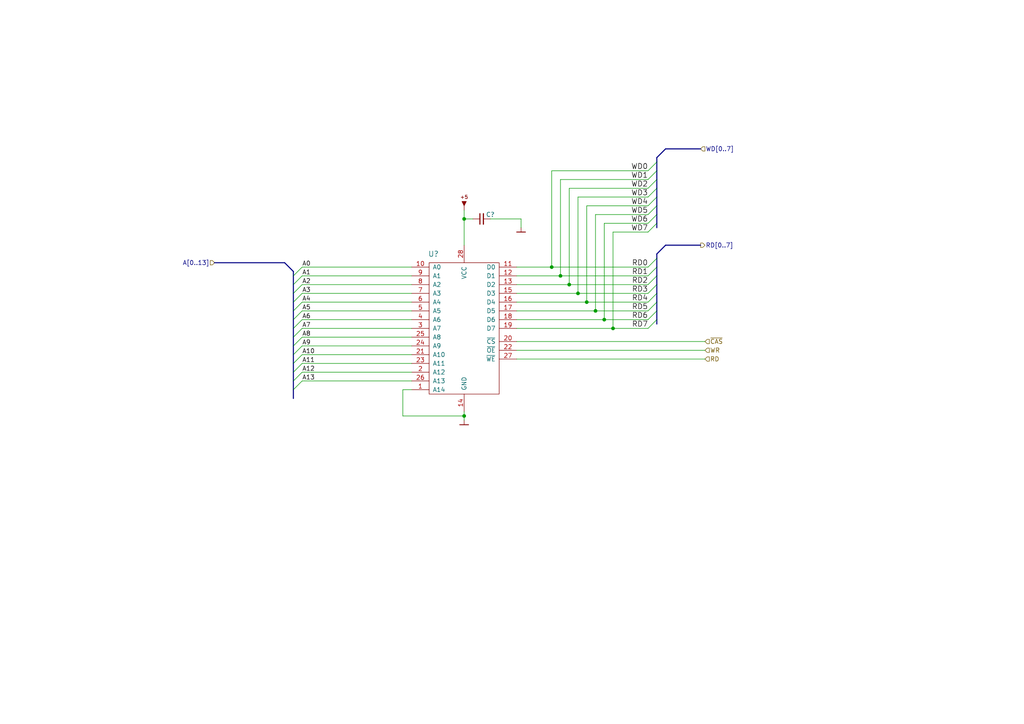
<source format=kicad_sch>
(kicad_sch (version 20211123) (generator eeschema)

  (uuid 998b7fa5-31a5-472e-9572-49d5226d6098)

  (paper "A4")

  (lib_symbols
    (symbol "artemisa:62256" (pin_names (offset 1.016)) (in_bom yes) (on_board yes)
      (property "Reference" "U" (id 0) (at -8.89 22.86 0)
        (effects (font (size 1.524 1.524)))
      )
      (property "Value" "62256" (id 1) (at 12.7 22.86 0)
        (effects (font (size 1.524 1.524)))
      )
      (property "Footprint" "" (id 2) (at 0 -3.81 0)
        (effects (font (size 1.524 1.524)) hide)
      )
      (property "Datasheet" "" (id 3) (at 0 -3.81 0)
        (effects (font (size 1.524 1.524)) hide)
      )
      (symbol "62256_0_1"
        (rectangle (start -10.16 20.32) (end 10.16 -17.78)
          (stroke (width 0) (type default) (color 0 0 0 0))
          (fill (type none))
        )
      )
      (symbol "62256_1_1"
        (pin input line (at -15.24 -16.51 0) (length 5.08)
          (name "A14" (effects (font (size 1.27 1.27))))
          (number "1" (effects (font (size 1.27 1.27))))
        )
        (pin input line (at -15.24 19.05 0) (length 5.08)
          (name "A0" (effects (font (size 1.27 1.27))))
          (number "10" (effects (font (size 1.27 1.27))))
        )
        (pin bidirectional line (at 15.24 19.05 180) (length 5.08)
          (name "D0" (effects (font (size 1.27 1.27))))
          (number "11" (effects (font (size 1.27 1.27))))
        )
        (pin bidirectional line (at 15.24 16.51 180) (length 5.08)
          (name "D1" (effects (font (size 1.27 1.27))))
          (number "12" (effects (font (size 1.27 1.27))))
        )
        (pin bidirectional line (at 15.24 13.97 180) (length 5.08)
          (name "D2" (effects (font (size 1.27 1.27))))
          (number "13" (effects (font (size 1.27 1.27))))
        )
        (pin power_in line (at 0 -22.86 90) (length 5.08)
          (name "GND" (effects (font (size 1.27 1.27))))
          (number "14" (effects (font (size 1.27 1.27))))
        )
        (pin bidirectional line (at 15.24 11.43 180) (length 5.08)
          (name "D3" (effects (font (size 1.27 1.27))))
          (number "15" (effects (font (size 1.27 1.27))))
        )
        (pin bidirectional line (at 15.24 8.89 180) (length 5.08)
          (name "D4" (effects (font (size 1.27 1.27))))
          (number "16" (effects (font (size 1.27 1.27))))
        )
        (pin bidirectional line (at 15.24 6.35 180) (length 5.08)
          (name "D5" (effects (font (size 1.27 1.27))))
          (number "17" (effects (font (size 1.27 1.27))))
        )
        (pin bidirectional line (at 15.24 3.81 180) (length 5.08)
          (name "D6" (effects (font (size 1.27 1.27))))
          (number "18" (effects (font (size 1.27 1.27))))
        )
        (pin bidirectional line (at 15.24 1.27 180) (length 5.08)
          (name "D7" (effects (font (size 1.27 1.27))))
          (number "19" (effects (font (size 1.27 1.27))))
        )
        (pin input line (at -15.24 -11.43 0) (length 5.08)
          (name "A12" (effects (font (size 1.27 1.27))))
          (number "2" (effects (font (size 1.27 1.27))))
        )
        (pin input line (at 15.24 -2.54 180) (length 5.08)
          (name "~{CS}" (effects (font (size 1.27 1.27))))
          (number "20" (effects (font (size 1.27 1.27))))
        )
        (pin input line (at -15.24 -6.35 0) (length 5.08)
          (name "A10" (effects (font (size 1.27 1.27))))
          (number "21" (effects (font (size 1.27 1.27))))
        )
        (pin input line (at 15.24 -5.08 180) (length 5.08)
          (name "~{OE}" (effects (font (size 1.27 1.27))))
          (number "22" (effects (font (size 1.27 1.27))))
        )
        (pin input line (at -15.24 -8.89 0) (length 5.08)
          (name "A11" (effects (font (size 1.27 1.27))))
          (number "23" (effects (font (size 1.27 1.27))))
        )
        (pin input line (at -15.24 -3.81 0) (length 5.08)
          (name "A9" (effects (font (size 1.27 1.27))))
          (number "24" (effects (font (size 1.27 1.27))))
        )
        (pin input line (at -15.24 -1.27 0) (length 5.08)
          (name "A8" (effects (font (size 1.27 1.27))))
          (number "25" (effects (font (size 1.27 1.27))))
        )
        (pin input line (at -15.24 -13.97 0) (length 5.08)
          (name "A13" (effects (font (size 1.27 1.27))))
          (number "26" (effects (font (size 1.27 1.27))))
        )
        (pin input line (at 15.24 -7.62 180) (length 5.08)
          (name "~{WE}" (effects (font (size 1.27 1.27))))
          (number "27" (effects (font (size 1.27 1.27))))
        )
        (pin power_in line (at 0 25.4 270) (length 5.08)
          (name "VCC" (effects (font (size 1.27 1.27))))
          (number "28" (effects (font (size 1.27 1.27))))
        )
        (pin input line (at -15.24 1.27 0) (length 5.08)
          (name "A7" (effects (font (size 1.27 1.27))))
          (number "3" (effects (font (size 1.27 1.27))))
        )
        (pin input line (at -15.24 3.81 0) (length 5.08)
          (name "A6" (effects (font (size 1.27 1.27))))
          (number "4" (effects (font (size 1.27 1.27))))
        )
        (pin input line (at -15.24 6.35 0) (length 5.08)
          (name "A5" (effects (font (size 1.27 1.27))))
          (number "5" (effects (font (size 1.27 1.27))))
        )
        (pin input line (at -15.24 8.89 0) (length 5.08)
          (name "A4" (effects (font (size 1.27 1.27))))
          (number "6" (effects (font (size 1.27 1.27))))
        )
        (pin input line (at -15.24 11.43 0) (length 5.08)
          (name "A3" (effects (font (size 1.27 1.27))))
          (number "7" (effects (font (size 1.27 1.27))))
        )
        (pin input line (at -15.24 13.97 0) (length 5.08)
          (name "A2" (effects (font (size 1.27 1.27))))
          (number "8" (effects (font (size 1.27 1.27))))
        )
        (pin input line (at -15.24 16.51 0) (length 5.08)
          (name "A1" (effects (font (size 1.27 1.27))))
          (number "9" (effects (font (size 1.27 1.27))))
        )
      )
    )
    (symbol "artemisa:Cap" (pin_numbers hide) (pin_names (offset 0.254) hide) (in_bom yes) (on_board yes)
      (property "Reference" "C" (id 0) (at 0.254 1.778 0)
        (effects (font (size 1.27 1.27)) (justify left))
      )
      (property "Value" "Cap" (id 1) (at 0.254 -2.032 0)
        (effects (font (size 1.27 1.27)) (justify left))
      )
      (property "Footprint" "" (id 2) (at 0 0 0)
        (effects (font (size 1.27 1.27)) hide)
      )
      (property "Datasheet" "" (id 3) (at 0 0 0)
        (effects (font (size 1.27 1.27)) hide)
      )
      (property "ki_fp_filters" "C_*" (id 4) (at 0 0 0)
        (effects (font (size 1.27 1.27)) hide)
      )
      (symbol "Cap_0_1"
        (polyline
          (pts
            (xy -1.524 -0.508)
            (xy 1.524 -0.508)
          )
          (stroke (width 0.3302) (type default) (color 0 0 0 0))
          (fill (type none))
        )
        (polyline
          (pts
            (xy -1.524 0.508)
            (xy 1.524 0.508)
          )
          (stroke (width 0.3048) (type default) (color 0 0 0 0))
          (fill (type none))
        )
      )
      (symbol "Cap_1_1"
        (pin passive line (at 0 2.54 270) (length 2.032)
          (name "~" (effects (font (size 1.27 1.27))))
          (number "1" (effects (font (size 1.27 1.27))))
        )
        (pin passive line (at 0 -2.54 90) (length 2.032)
          (name "~" (effects (font (size 1.27 1.27))))
          (number "2" (effects (font (size 1.27 1.27))))
        )
      )
    )
    (symbol "artemisa:GND" (power) (pin_numbers hide) (pin_names (offset 0) hide) (in_bom yes) (on_board yes)
      (property "Reference" "#PWR" (id 0) (at 0 -2.54 0)
        (effects (font (size 1.524 1.524)) hide)
      )
      (property "Value" "GND" (id 1) (at 0 2.54 0)
        (effects (font (size 1.524 1.524)) hide)
      )
      (property "Footprint" "" (id 2) (at 0 0 0)
        (effects (font (size 1.524 1.524)) hide)
      )
      (property "Datasheet" "" (id 3) (at 0 0 0)
        (effects (font (size 1.524 1.524)) hide)
      )
      (symbol "GND_0_1"
        (polyline
          (pts
            (xy -1.27 -1.27)
            (xy 1.27 -1.27)
          )
          (stroke (width 0.254) (type default) (color 0 0 0 0))
          (fill (type none))
        )
      )
      (symbol "GND_1_1"
        (pin power_in line (at 0 0 270) (length 1.27)
          (name "GND" (effects (font (size 1.27 1.27))))
          (number "~" (effects (font (size 1.27 1.27))))
        )
      )
    )
    (symbol "artemisa:VCC" (power) (pin_numbers hide) (pin_names (offset 0) hide) (in_bom yes) (on_board yes)
      (property "Reference" "#PWR" (id 0) (at 0 -1.27 0)
        (effects (font (size 1.524 1.524)) hide)
      )
      (property "Value" "VCC" (id 1) (at 0 6.35 0)
        (effects (font (size 1.524 1.524)) hide)
      )
      (property "Footprint" "" (id 2) (at 0 0 0)
        (effects (font (size 1.524 1.524)) hide)
      )
      (property "Datasheet" "" (id 3) (at 0 0 0)
        (effects (font (size 1.524 1.524)) hide)
      )
      (symbol "VCC_0_0"
        (text "+5" (at 0 3.81 0)
          (effects (font (size 1.016 1.016)))
        )
      )
      (symbol "VCC_0_1"
        (polyline
          (pts
            (xy 0 1.27)
            (xy 0.635 2.54)
            (xy -0.635 2.54)
            (xy 0 1.27)
          )
          (stroke (width 0) (type default) (color 0 0 0 0))
          (fill (type outline))
        )
      )
      (symbol "VCC_1_1"
        (pin power_in line (at 0 0 90) (length 1.27)
          (name "~" (effects (font (size 1.27 1.27))))
          (number "~" (effects (font (size 1.27 1.27))))
        )
      )
    )
  )

  (junction (at 134.62 63.5) (diameter 0) (color 0 0 0 0)
    (uuid 37b6c6d6-3e12-4736-912a-ea6e2bf06721)
  )
  (junction (at 175.26 92.71) (diameter 0) (color 0 0 0 0)
    (uuid 43707e99-bdd7-4b02-9974-540ed6c2b0aa)
  )
  (junction (at 160.02 77.47) (diameter 0) (color 0 0 0 0)
    (uuid 45884597-7014-4461-83ee-9975c42b9a53)
  )
  (junction (at 162.56 80.01) (diameter 0) (color 0 0 0 0)
    (uuid 4ec618ae-096f-4256-9328-005ee04f13d6)
  )
  (junction (at 170.18 87.63) (diameter 0) (color 0 0 0 0)
    (uuid 54212c01-b363-47b8-a145-45c40df316f4)
  )
  (junction (at 167.64 85.09) (diameter 0) (color 0 0 0 0)
    (uuid 88610282-a92d-4c3d-917a-ea95d59e0759)
  )
  (junction (at 172.72 90.17) (diameter 0) (color 0 0 0 0)
    (uuid 99332785-d9f1-4363-9377-26ddc18e6d2c)
  )
  (junction (at 177.8 95.25) (diameter 0) (color 0 0 0 0)
    (uuid b0271cdd-de22-4bf4-8f55-fc137cfbd4ec)
  )
  (junction (at 165.1 82.55) (diameter 0) (color 0 0 0 0)
    (uuid dae72997-44fc-4275-b36f-cd70bf46cfba)
  )
  (junction (at 134.62 120.65) (diameter 0) (color 0 0 0 0)
    (uuid fef37e8b-0ff0-4da2-8a57-acaf19551d1a)
  )

  (bus_entry (at 87.63 102.87) (size -2.54 2.54)
    (stroke (width 0) (type default) (color 0 0 0 0))
    (uuid 00e38d63-5436-49db-81f5-697421f168fc)
  )
  (bus_entry (at 187.96 82.55) (size 2.54 -2.54)
    (stroke (width 0) (type default) (color 0 0 0 0))
    (uuid 0ae82096-0994-4fb0-9a2a-d4ac4804abac)
  )
  (bus_entry (at 187.96 85.09) (size 2.54 -2.54)
    (stroke (width 0) (type default) (color 0 0 0 0))
    (uuid 0fdc6f30-77bc-4e9b-8665-c8aa9acf5bf9)
  )
  (bus_entry (at 87.63 95.25) (size -2.54 2.54)
    (stroke (width 0) (type default) (color 0 0 0 0))
    (uuid 155b0b7c-70b4-4a26-a550-bac13cab0aa4)
  )
  (bus_entry (at 187.96 57.15) (size 2.54 -2.54)
    (stroke (width 0) (type default) (color 0 0 0 0))
    (uuid 16121028-bdf5-49c0-aae7-e28fe5bfa771)
  )
  (bus_entry (at 87.63 92.71) (size -2.54 2.54)
    (stroke (width 0) (type default) (color 0 0 0 0))
    (uuid 1fa508ef-df83-4c99-846b-9acf535b3ad9)
  )
  (bus_entry (at 87.63 107.95) (size -2.54 2.54)
    (stroke (width 0) (type default) (color 0 0 0 0))
    (uuid 38a501e2-0ee8-439d-bd02-e9e90e7503e9)
  )
  (bus_entry (at 85.09 80.01) (size 2.54 -2.54)
    (stroke (width 0) (type default) (color 0 0 0 0))
    (uuid 399fc36a-ed5d-44b5-82f7-c6f83d9acc14)
  )
  (bus_entry (at 187.96 87.63) (size 2.54 -2.54)
    (stroke (width 0) (type default) (color 0 0 0 0))
    (uuid 4107d40a-e5df-4255-aacc-13f9928e090c)
  )
  (bus_entry (at 187.96 62.23) (size 2.54 -2.54)
    (stroke (width 0) (type default) (color 0 0 0 0))
    (uuid 4db55cb8-197b-4402-871f-ce582b65664b)
  )
  (bus_entry (at 87.63 90.17) (size -2.54 2.54)
    (stroke (width 0) (type default) (color 0 0 0 0))
    (uuid 4f411f68-04bd-4175-a406-bcaa4cf6601e)
  )
  (bus_entry (at 187.96 52.07) (size 2.54 -2.54)
    (stroke (width 0) (type default) (color 0 0 0 0))
    (uuid 6bd115d6-07e0-45db-8f2e-3cbb0429104f)
  )
  (bus_entry (at 87.63 80.01) (size -2.54 2.54)
    (stroke (width 0) (type default) (color 0 0 0 0))
    (uuid 6f675e5f-8fe6-4148-baf1-da97afc770f8)
  )
  (bus_entry (at 87.63 105.41) (size -2.54 2.54)
    (stroke (width 0) (type default) (color 0 0 0 0))
    (uuid 70e4263f-d95a-4431-b3f3-cfc800c82056)
  )
  (bus_entry (at 187.96 77.47) (size 2.54 -2.54)
    (stroke (width 0) (type default) (color 0 0 0 0))
    (uuid 8195a7cf-4576-44dd-9e0e-ee048fdb93dd)
  )
  (bus_entry (at 87.63 87.63) (size -2.54 2.54)
    (stroke (width 0) (type default) (color 0 0 0 0))
    (uuid 8fc062a7-114d-48eb-a8f8-71128838f380)
  )
  (bus_entry (at 87.63 85.09) (size -2.54 2.54)
    (stroke (width 0) (type default) (color 0 0 0 0))
    (uuid 917920ab-0c6e-4927-974d-ef342cdd4f63)
  )
  (bus_entry (at 187.96 49.53) (size 2.54 -2.54)
    (stroke (width 0) (type default) (color 0 0 0 0))
    (uuid 97fe2a5c-4eee-4c7a-9c43-47749b396494)
  )
  (bus_entry (at 187.96 64.77) (size 2.54 -2.54)
    (stroke (width 0) (type default) (color 0 0 0 0))
    (uuid 9aedbb9e-8340-4899-b813-05b23382a36b)
  )
  (bus_entry (at 187.96 90.17) (size 2.54 -2.54)
    (stroke (width 0) (type default) (color 0 0 0 0))
    (uuid b9bb0e73-161a-4d06-b6eb-a9f66d8a95f5)
  )
  (bus_entry (at 187.96 92.71) (size 2.54 -2.54)
    (stroke (width 0) (type default) (color 0 0 0 0))
    (uuid c04386e0-b49e-4fff-b380-675af13a62cb)
  )
  (bus_entry (at 87.63 110.49) (size -2.54 2.54)
    (stroke (width 0) (type default) (color 0 0 0 0))
    (uuid c0c2eb8e-f6d1-4506-8e6b-4f995ad74c1f)
  )
  (bus_entry (at 190.5 64.77) (size -2.54 2.54)
    (stroke (width 0) (type default) (color 0 0 0 0))
    (uuid ce72ea62-9343-4a4f-81bf-8ac601f5d005)
  )
  (bus_entry (at 187.96 54.61) (size 2.54 -2.54)
    (stroke (width 0) (type default) (color 0 0 0 0))
    (uuid d0a0deb1-4f0f-4ede-b730-2c6d67cb9618)
  )
  (bus_entry (at 87.63 82.55) (size -2.54 2.54)
    (stroke (width 0) (type default) (color 0 0 0 0))
    (uuid d69a5fdf-de15-4ec9-94f6-f9ee2f4b69fa)
  )
  (bus_entry (at 187.96 80.01) (size 2.54 -2.54)
    (stroke (width 0) (type default) (color 0 0 0 0))
    (uuid e0f06b5c-de63-4833-a591-ca9e19217a35)
  )
  (bus_entry (at 190.5 92.71) (size -2.54 2.54)
    (stroke (width 0) (type default) (color 0 0 0 0))
    (uuid e7bb7815-0d52-4bb8-b29a-8cf960bd2905)
  )
  (bus_entry (at 187.96 59.69) (size 2.54 -2.54)
    (stroke (width 0) (type default) (color 0 0 0 0))
    (uuid e97b5984-9f0f-43a4-9b8a-838eef4cceb2)
  )
  (bus_entry (at 85.09 100.33) (size 2.54 -2.54)
    (stroke (width 0) (type default) (color 0 0 0 0))
    (uuid f9c81c26-f253-4227-a69f-53e64841cfbe)
  )
  (bus_entry (at 87.63 100.33) (size -2.54 2.54)
    (stroke (width 0) (type default) (color 0 0 0 0))
    (uuid fbe8ebfc-2a8e-4eb8-85c5-38ddeaa5dd00)
  )

  (wire (pts (xy 87.63 90.17) (xy 119.38 90.17))
    (stroke (width 0) (type default) (color 0 0 0 0))
    (uuid 009b5465-0a65-4237-93e7-eb65321eeb18)
  )
  (wire (pts (xy 87.63 87.63) (xy 119.38 87.63))
    (stroke (width 0) (type default) (color 0 0 0 0))
    (uuid 00f3ea8b-8a54-4e56-84ff-d98f6c00496c)
  )
  (wire (pts (xy 119.38 113.03) (xy 116.84 113.03))
    (stroke (width 0) (type default) (color 0 0 0 0))
    (uuid 03c7f780-fc1b-487a-b30d-567d6c09fdc8)
  )
  (wire (pts (xy 87.63 80.01) (xy 119.38 80.01))
    (stroke (width 0) (type default) (color 0 0 0 0))
    (uuid 0520f61d-4522-4301-a3fa-8ed0bf060f69)
  )
  (wire (pts (xy 177.8 95.25) (xy 187.96 95.25))
    (stroke (width 0) (type default) (color 0 0 0 0))
    (uuid 076046ab-4b56-4060-b8d9-0d80806d0277)
  )
  (bus (pts (xy 190.5 85.09) (xy 190.5 87.63))
    (stroke (width 0) (type default) (color 0 0 0 0))
    (uuid 0ab0ef08-facb-4705-8b82-cfaf7e133261)
  )

  (wire (pts (xy 151.13 63.5) (xy 151.13 66.04))
    (stroke (width 0) (type default) (color 0 0 0 0))
    (uuid 0bcafe80-ffba-4f1e-ae51-95a595b006db)
  )
  (bus (pts (xy 85.09 107.95) (xy 85.09 110.49))
    (stroke (width 0) (type default) (color 0 0 0 0))
    (uuid 0efb60ab-968b-448c-bc7e-1a6ed5f5c35a)
  )

  (wire (pts (xy 175.26 64.77) (xy 175.26 92.71))
    (stroke (width 0) (type default) (color 0 0 0 0))
    (uuid 1171ce37-6ad7-4662-bb68-5592c945ebf3)
  )
  (wire (pts (xy 170.18 87.63) (xy 149.86 87.63))
    (stroke (width 0) (type default) (color 0 0 0 0))
    (uuid 180245d9-4a3f-4d1b-adcc-b4eafac722e0)
  )
  (wire (pts (xy 177.8 67.31) (xy 177.8 95.25))
    (stroke (width 0) (type default) (color 0 0 0 0))
    (uuid 196a8dd5-5fd6-4c7f-ae4a-0104bd82e61b)
  )
  (wire (pts (xy 149.86 80.01) (xy 162.56 80.01))
    (stroke (width 0) (type default) (color 0 0 0 0))
    (uuid 1f8b2c0c-b042-4e2e-80f6-4959a27b238f)
  )
  (wire (pts (xy 172.72 90.17) (xy 187.96 90.17))
    (stroke (width 0) (type default) (color 0 0 0 0))
    (uuid 1fbb0219-551e-409b-a61b-76e8cebdfb9d)
  )
  (wire (pts (xy 87.63 92.71) (xy 119.38 92.71))
    (stroke (width 0) (type default) (color 0 0 0 0))
    (uuid 221bef83-3ea7-4d3f-adeb-53a8a07c6273)
  )
  (wire (pts (xy 116.84 113.03) (xy 116.84 120.65))
    (stroke (width 0) (type default) (color 0 0 0 0))
    (uuid 224768bc-6009-43ba-aa4a-70cbaa15b5a3)
  )
  (wire (pts (xy 160.02 49.53) (xy 187.96 49.53))
    (stroke (width 0) (type default) (color 0 0 0 0))
    (uuid 2454fd1b-3484-4838-8b7e-d26357238fe1)
  )
  (bus (pts (xy 85.09 85.09) (xy 85.09 87.63))
    (stroke (width 0) (type default) (color 0 0 0 0))
    (uuid 249fcf0c-f09d-45b4-9847-b0e82f7e4176)
  )
  (bus (pts (xy 85.09 95.25) (xy 85.09 97.79))
    (stroke (width 0) (type default) (color 0 0 0 0))
    (uuid 25e242c6-6bd8-4b4d-acd2-99f7f3a04350)
  )

  (wire (pts (xy 167.64 57.15) (xy 187.96 57.15))
    (stroke (width 0) (type default) (color 0 0 0 0))
    (uuid 28e37b45-f843-47c2-85c9-ca19f5430ece)
  )
  (bus (pts (xy 85.09 110.49) (xy 85.09 113.03))
    (stroke (width 0) (type default) (color 0 0 0 0))
    (uuid 2d43bc39-9b46-44ea-a11b-604cd85edb13)
  )
  (bus (pts (xy 190.5 77.47) (xy 190.5 80.01))
    (stroke (width 0) (type default) (color 0 0 0 0))
    (uuid 30900e38-5cf3-420b-8e4b-ec044515fa1e)
  )

  (wire (pts (xy 162.56 80.01) (xy 187.96 80.01))
    (stroke (width 0) (type default) (color 0 0 0 0))
    (uuid 3326423d-8df7-4a7e-a354-349430b8fbd7)
  )
  (bus (pts (xy 85.09 87.63) (xy 85.09 90.17))
    (stroke (width 0) (type default) (color 0 0 0 0))
    (uuid 33de51e4-f43b-45b1-833b-e21d84d90255)
  )

  (wire (pts (xy 151.13 63.5) (xy 142.24 63.5))
    (stroke (width 0) (type default) (color 0 0 0 0))
    (uuid 34d03349-6d78-4165-a683-2d8b76f2bae8)
  )
  (bus (pts (xy 190.5 64.77) (xy 190.5 66.04))
    (stroke (width 0) (type default) (color 0 0 0 0))
    (uuid 36e0febe-ee03-4736-a347-1125cc37f35b)
  )

  (wire (pts (xy 165.1 54.61) (xy 165.1 82.55))
    (stroke (width 0) (type default) (color 0 0 0 0))
    (uuid 3c5e5ea9-793d-46e3-86bc-5884c4490dc7)
  )
  (wire (pts (xy 87.63 77.47) (xy 119.38 77.47))
    (stroke (width 0) (type default) (color 0 0 0 0))
    (uuid 411d4270-c66c-4318-b7fb-1470d34862b8)
  )
  (bus (pts (xy 85.09 82.55) (xy 85.09 85.09))
    (stroke (width 0) (type default) (color 0 0 0 0))
    (uuid 4678abaa-9a89-421d-9554-6084135dcf31)
  )
  (bus (pts (xy 82.55 76.2) (xy 62.23 76.2))
    (stroke (width 0) (type default) (color 0 0 0 0))
    (uuid 477892a1-722e-4cda-bb6c-fcdb8ba5f93e)
  )

  (wire (pts (xy 149.86 101.6) (xy 204.47 101.6))
    (stroke (width 0) (type default) (color 0 0 0 0))
    (uuid 479331ff-c540-41f4-84e6-b48d65171e59)
  )
  (bus (pts (xy 85.09 80.01) (xy 85.09 82.55))
    (stroke (width 0) (type default) (color 0 0 0 0))
    (uuid 4a932cb0-9e96-458b-9f5a-4d1e5fbaeb7b)
  )

  (wire (pts (xy 87.63 97.79) (xy 119.38 97.79))
    (stroke (width 0) (type default) (color 0 0 0 0))
    (uuid 4ba06b66-7669-4c70-b585-f5d4c9c33527)
  )
  (bus (pts (xy 190.5 73.66) (xy 190.5 74.93))
    (stroke (width 0) (type default) (color 0 0 0 0))
    (uuid 4d4fecdd-be4a-47e9-9085-2268d5852d8f)
  )

  (wire (pts (xy 87.63 110.49) (xy 119.38 110.49))
    (stroke (width 0) (type default) (color 0 0 0 0))
    (uuid 4d586a18-26c5-441e-a9ff-8125ee516126)
  )
  (bus (pts (xy 85.09 90.17) (xy 85.09 92.71))
    (stroke (width 0) (type default) (color 0 0 0 0))
    (uuid 4dacb66c-aaaf-45c3-a93d-0c9bd0da3f9f)
  )
  (bus (pts (xy 190.5 87.63) (xy 190.5 90.17))
    (stroke (width 0) (type default) (color 0 0 0 0))
    (uuid 53400141-a877-404b-8421-614faf37dbc7)
  )

  (wire (pts (xy 165.1 82.55) (xy 149.86 82.55))
    (stroke (width 0) (type default) (color 0 0 0 0))
    (uuid 5d9921f1-08b3-4cc9-8cf7-e9a72ca2fdb7)
  )
  (bus (pts (xy 193.04 71.12) (xy 190.5 73.66))
    (stroke (width 0) (type default) (color 0 0 0 0))
    (uuid 5f312b85-6822-40a3-b417-2df49696ca2d)
  )

  (wire (pts (xy 87.63 100.33) (xy 119.38 100.33))
    (stroke (width 0) (type default) (color 0 0 0 0))
    (uuid 60ff6322-62e2-4602-9bc0-7a0f0a5ecfbf)
  )
  (wire (pts (xy 187.96 82.55) (xy 165.1 82.55))
    (stroke (width 0) (type default) (color 0 0 0 0))
    (uuid 700e8b73-5976-423f-a3f3-ab3d9f3e9760)
  )
  (bus (pts (xy 85.09 105.41) (xy 85.09 107.95))
    (stroke (width 0) (type default) (color 0 0 0 0))
    (uuid 74be7cd9-3642-44f4-b063-b87f11464c7c)
  )

  (wire (pts (xy 134.62 119.38) (xy 134.62 120.65))
    (stroke (width 0) (type default) (color 0 0 0 0))
    (uuid 752417ee-7d0b-4ac8-a22c-26669881a2ab)
  )
  (wire (pts (xy 172.72 62.23) (xy 187.96 62.23))
    (stroke (width 0) (type default) (color 0 0 0 0))
    (uuid 79770cd5-32d7-429a-8248-0d9e6212231a)
  )
  (wire (pts (xy 187.96 87.63) (xy 170.18 87.63))
    (stroke (width 0) (type default) (color 0 0 0 0))
    (uuid 79e31048-072a-4a40-a625-26bb0b5f046b)
  )
  (wire (pts (xy 170.18 59.69) (xy 170.18 87.63))
    (stroke (width 0) (type default) (color 0 0 0 0))
    (uuid 7bfba61b-6752-4a45-9ee6-5984dcb15041)
  )
  (bus (pts (xy 190.5 80.01) (xy 190.5 82.55))
    (stroke (width 0) (type default) (color 0 0 0 0))
    (uuid 7fa03dc1-7e80-4f9b-a3f2-286a7532fc9d)
  )
  (bus (pts (xy 190.5 45.72) (xy 190.5 46.99))
    (stroke (width 0) (type default) (color 0 0 0 0))
    (uuid 8458d41c-5d62-455d-b6e1-9f718c0faac9)
  )
  (bus (pts (xy 190.5 59.69) (xy 190.5 62.23))
    (stroke (width 0) (type default) (color 0 0 0 0))
    (uuid 84857671-bc8e-483b-a3a1-012a35e09243)
  )

  (wire (pts (xy 134.62 63.5) (xy 134.62 71.12))
    (stroke (width 0) (type default) (color 0 0 0 0))
    (uuid 86dc7a78-7d51-4111-9eea-8a8f7977eb16)
  )
  (bus (pts (xy 190.5 49.53) (xy 190.5 52.07))
    (stroke (width 0) (type default) (color 0 0 0 0))
    (uuid 88ffbfb3-9878-483c-a550-aedc0a450e53)
  )
  (bus (pts (xy 190.5 57.15) (xy 190.5 59.69))
    (stroke (width 0) (type default) (color 0 0 0 0))
    (uuid 88ffd199-fd81-4306-b1ea-194199a91266)
  )
  (bus (pts (xy 85.09 78.74) (xy 85.09 80.01))
    (stroke (width 0) (type default) (color 0 0 0 0))
    (uuid 8de2d84c-ff45-4d4f-bc49-c166f6ae6b91)
  )

  (wire (pts (xy 87.63 107.95) (xy 119.38 107.95))
    (stroke (width 0) (type default) (color 0 0 0 0))
    (uuid 9186fd02-f30d-4e17-aa38-378ab73e3908)
  )
  (wire (pts (xy 162.56 52.07) (xy 187.96 52.07))
    (stroke (width 0) (type default) (color 0 0 0 0))
    (uuid 92035a88-6c95-4a61-bd8a-cb8dd9e5018a)
  )
  (wire (pts (xy 167.64 85.09) (xy 187.96 85.09))
    (stroke (width 0) (type default) (color 0 0 0 0))
    (uuid 98914cc3-56fe-40bb-820a-3d157225c145)
  )
  (bus (pts (xy 82.55 76.2) (xy 85.09 78.74))
    (stroke (width 0) (type default) (color 0 0 0 0))
    (uuid 99186658-0361-40ba-ae93-62f23c5622e6)
  )
  (bus (pts (xy 193.04 71.12) (xy 203.2 71.12))
    (stroke (width 0) (type default) (color 0 0 0 0))
    (uuid 997c2f12-73ba-4c01-9ee0-42e37cbab790)
  )

  (wire (pts (xy 170.18 59.69) (xy 187.96 59.69))
    (stroke (width 0) (type default) (color 0 0 0 0))
    (uuid 99dfa524-0366-4808-b4e8-328fc38e8656)
  )
  (bus (pts (xy 190.5 90.17) (xy 190.5 92.71))
    (stroke (width 0) (type default) (color 0 0 0 0))
    (uuid 99eee47b-e281-45a6-a52c-e4d3ca1ed974)
  )
  (bus (pts (xy 190.5 46.99) (xy 190.5 49.53))
    (stroke (width 0) (type default) (color 0 0 0 0))
    (uuid 9c8b2f50-a3a6-4549-ab6a-bdef1068f086)
  )

  (wire (pts (xy 165.1 54.61) (xy 187.96 54.61))
    (stroke (width 0) (type default) (color 0 0 0 0))
    (uuid 9dcdc92b-2219-4a4a-8954-45f02cc3ab25)
  )
  (wire (pts (xy 134.62 120.65) (xy 116.84 120.65))
    (stroke (width 0) (type default) (color 0 0 0 0))
    (uuid 9f80220c-1612-4589-b9ca-a5579617bdb8)
  )
  (bus (pts (xy 190.5 52.07) (xy 190.5 54.61))
    (stroke (width 0) (type default) (color 0 0 0 0))
    (uuid a280521c-c74b-4ecf-b9b4-213ba488c164)
  )

  (wire (pts (xy 87.63 105.41) (xy 119.38 105.41))
    (stroke (width 0) (type default) (color 0 0 0 0))
    (uuid aa130053-a451-4f12-97f7-3d4d891a5f83)
  )
  (wire (pts (xy 160.02 49.53) (xy 160.02 77.47))
    (stroke (width 0) (type default) (color 0 0 0 0))
    (uuid ae77c3c8-1144-468e-ad5b-a0b4090735bd)
  )
  (wire (pts (xy 149.86 99.06) (xy 204.47 99.06))
    (stroke (width 0) (type default) (color 0 0 0 0))
    (uuid b09666f9-12f1-4ee9-8877-2292c94258ca)
  )
  (wire (pts (xy 149.86 85.09) (xy 167.64 85.09))
    (stroke (width 0) (type default) (color 0 0 0 0))
    (uuid b4300db7-1220-431a-b7c3-2edbdf8fa6fc)
  )
  (wire (pts (xy 87.63 95.25) (xy 119.38 95.25))
    (stroke (width 0) (type default) (color 0 0 0 0))
    (uuid b52d6ff3-fef1-496e-8dd5-ebb89b6bce6a)
  )
  (wire (pts (xy 149.86 95.25) (xy 177.8 95.25))
    (stroke (width 0) (type default) (color 0 0 0 0))
    (uuid b873bc5d-a9af-4bd9-afcb-87ce4d417120)
  )
  (wire (pts (xy 134.62 63.5) (xy 137.16 63.5))
    (stroke (width 0) (type default) (color 0 0 0 0))
    (uuid bb4b1afc-c46e-451d-8dad-36b7dec82f26)
  )
  (wire (pts (xy 87.63 85.09) (xy 119.38 85.09))
    (stroke (width 0) (type default) (color 0 0 0 0))
    (uuid bc0dbc57-3ae8-4ce5-a05c-2d6003bba475)
  )
  (bus (pts (xy 193.04 43.18) (xy 203.2 43.18))
    (stroke (width 0) (type default) (color 0 0 0 0))
    (uuid c3c499b1-9227-4e4b-9982-f9f1aa6203b9)
  )

  (wire (pts (xy 160.02 77.47) (xy 149.86 77.47))
    (stroke (width 0) (type default) (color 0 0 0 0))
    (uuid c514e30c-e48e-4ca5-ab44-8b3afedef1f2)
  )
  (bus (pts (xy 190.5 62.23) (xy 190.5 64.77))
    (stroke (width 0) (type default) (color 0 0 0 0))
    (uuid c583ce96-e316-4ea4-8e80-3286109cf8c2)
  )

  (wire (pts (xy 149.86 90.17) (xy 172.72 90.17))
    (stroke (width 0) (type default) (color 0 0 0 0))
    (uuid c76d4423-ef1b-4a6f-8176-33d65f2877bb)
  )
  (wire (pts (xy 162.56 52.07) (xy 162.56 80.01))
    (stroke (width 0) (type default) (color 0 0 0 0))
    (uuid c8b6b273-3d20-4a46-8069-f6d608563604)
  )
  (wire (pts (xy 87.63 82.55) (xy 119.38 82.55))
    (stroke (width 0) (type default) (color 0 0 0 0))
    (uuid c8b92953-cd23-44e6-85ce-083fb8c3f20f)
  )
  (bus (pts (xy 190.5 74.93) (xy 190.5 77.47))
    (stroke (width 0) (type default) (color 0 0 0 0))
    (uuid ca6a2ccc-3fc7-4ad2-a324-eb2962fcbcc3)
  )

  (wire (pts (xy 149.86 104.14) (xy 204.47 104.14))
    (stroke (width 0) (type default) (color 0 0 0 0))
    (uuid cc15f583-a41b-43af-ba94-a75455506a96)
  )
  (wire (pts (xy 134.62 120.65) (xy 134.62 121.92))
    (stroke (width 0) (type default) (color 0 0 0 0))
    (uuid d21cc5e4-177a-4e1d-a8d5-060ed33e5b8e)
  )
  (wire (pts (xy 175.26 64.77) (xy 187.96 64.77))
    (stroke (width 0) (type default) (color 0 0 0 0))
    (uuid d4c9471f-7503-4339-928c-d1abae1eede6)
  )
  (bus (pts (xy 85.09 102.87) (xy 85.09 105.41))
    (stroke (width 0) (type default) (color 0 0 0 0))
    (uuid da064936-ce8a-4c47-91ce-34bbe8d019cc)
  )
  (bus (pts (xy 190.5 92.71) (xy 190.5 93.98))
    (stroke (width 0) (type default) (color 0 0 0 0))
    (uuid dd546e6f-4429-48b7-9308-c650e538ed3c)
  )

  (wire (pts (xy 175.26 92.71) (xy 149.86 92.71))
    (stroke (width 0) (type default) (color 0 0 0 0))
    (uuid e17e6c0e-7e5b-43f0-ad48-0a2760b45b04)
  )
  (wire (pts (xy 134.62 60.96) (xy 134.62 63.5))
    (stroke (width 0) (type default) (color 0 0 0 0))
    (uuid e32ee344-1030-4498-9cac-bfbf7540faf4)
  )
  (wire (pts (xy 172.72 62.23) (xy 172.72 90.17))
    (stroke (width 0) (type default) (color 0 0 0 0))
    (uuid e4e20505-1208-4100-a4aa-676f50844c06)
  )
  (wire (pts (xy 187.96 77.47) (xy 160.02 77.47))
    (stroke (width 0) (type default) (color 0 0 0 0))
    (uuid e5203297-b913-4288-a576-12a92185cb52)
  )
  (wire (pts (xy 87.63 102.87) (xy 119.38 102.87))
    (stroke (width 0) (type default) (color 0 0 0 0))
    (uuid e7369115-d491-4ef3-be3d-f5298992c3e8)
  )
  (bus (pts (xy 85.09 97.79) (xy 85.09 100.33))
    (stroke (width 0) (type default) (color 0 0 0 0))
    (uuid eba48389-f21b-477f-8217-dbc6e00c1bfd)
  )
  (bus (pts (xy 193.04 43.18) (xy 190.5 45.72))
    (stroke (width 0) (type default) (color 0 0 0 0))
    (uuid ee29d712-3378-4507-a00b-003526b29bb1)
  )
  (bus (pts (xy 190.5 54.61) (xy 190.5 57.15))
    (stroke (width 0) (type default) (color 0 0 0 0))
    (uuid f05ba679-d23d-42b7-b001-03eb17c3bfb7)
  )
  (bus (pts (xy 85.09 100.33) (xy 85.09 102.87))
    (stroke (width 0) (type default) (color 0 0 0 0))
    (uuid f39ee322-b7ff-468d-a341-b64f03d9b8e1)
  )
  (bus (pts (xy 85.09 113.03) (xy 85.09 115.57))
    (stroke (width 0) (type default) (color 0 0 0 0))
    (uuid f4f8a9fe-a440-43ec-b602-e6d151d14e34)
  )
  (bus (pts (xy 85.09 92.71) (xy 85.09 95.25))
    (stroke (width 0) (type default) (color 0 0 0 0))
    (uuid f6b95b61-0c82-420e-afa9-7b402ac70ff9)
  )

  (wire (pts (xy 187.96 92.71) (xy 175.26 92.71))
    (stroke (width 0) (type default) (color 0 0 0 0))
    (uuid f7667b23-296e-4362-a7e3-949632c8954b)
  )
  (wire (pts (xy 167.64 57.15) (xy 167.64 85.09))
    (stroke (width 0) (type default) (color 0 0 0 0))
    (uuid f8f3a9fc-1e34-4573-a767-508104e8d242)
  )
  (wire (pts (xy 177.8 67.31) (xy 187.96 67.31))
    (stroke (width 0) (type default) (color 0 0 0 0))
    (uuid fa918b6d-f6cf-4471-be3b-4ff713f55a2e)
  )
  (bus (pts (xy 190.5 82.55) (xy 190.5 85.09))
    (stroke (width 0) (type default) (color 0 0 0 0))
    (uuid fdcabf66-4d49-4263-81a1-aecfeec1eca6)
  )

  (label "RD5" (at 187.96 90.17 180)
    (effects (font (size 1.524 1.524)) (justify right bottom))
    (uuid 0cc45b5b-96b3-4284-9cae-a3a9e324a916)
  )
  (label "RD0" (at 187.96 77.47 180)
    (effects (font (size 1.524 1.524)) (justify right bottom))
    (uuid 109caac1-5036-4f23-9a66-f569d871501b)
  )
  (label "A11" (at 87.63 105.41 0)
    (effects (font (size 1.27 1.27)) (justify left bottom))
    (uuid 143ed874-a01f-4ced-ba4e-bbb66ddd1f70)
  )
  (label "A8" (at 87.63 97.79 0)
    (effects (font (size 1.27 1.27)) (justify left bottom))
    (uuid 2891767f-251c-48c4-91c0-deb1b368f45c)
  )
  (label "RD1" (at 187.96 80.01 180)
    (effects (font (size 1.524 1.524)) (justify right bottom))
    (uuid 31540a7e-dc9e-4e4d-96b1-dab15efa5f4b)
  )
  (label "WD3" (at 187.96 57.15 180)
    (effects (font (size 1.524 1.524)) (justify right bottom))
    (uuid 3f43d730-2a73-49fe-9672-32428e7f5b49)
  )
  (label "RD7" (at 187.96 95.25 180)
    (effects (font (size 1.524 1.524)) (justify right bottom))
    (uuid 4a850cb6-bb24-4274-a902-e49f34f0a0e3)
  )
  (label "A0" (at 87.63 77.47 0)
    (effects (font (size 1.27 1.27)) (justify left bottom))
    (uuid 61fe4c73-be59-4519-98f1-a634322a841d)
  )
  (label "A2" (at 87.63 82.55 0)
    (effects (font (size 1.27 1.27)) (justify left bottom))
    (uuid 699feae1-8cdd-4d2b-947f-f24849c73cdb)
  )
  (label "RD6" (at 187.96 92.71 180)
    (effects (font (size 1.524 1.524)) (justify right bottom))
    (uuid 6b7c1048-12b6-46b2-b762-fa3ad30472dd)
  )
  (label "A10" (at 87.63 102.87 0)
    (effects (font (size 1.27 1.27)) (justify left bottom))
    (uuid 71f92193-19b0-44ed-bc7f-77535083d769)
  )
  (label "A12" (at 87.63 107.95 0)
    (effects (font (size 1.27 1.27)) (justify left bottom))
    (uuid 795e68e2-c9ba-45cf-9bff-89b8fae05b5a)
  )
  (label "RD2" (at 187.96 82.55 180)
    (effects (font (size 1.524 1.524)) (justify right bottom))
    (uuid 8c1605f9-6c91-4701-96bf-e753661d5e23)
  )
  (label "A13" (at 87.63 110.49 0)
    (effects (font (size 1.27 1.27)) (justify left bottom))
    (uuid 8fcec304-c6b1-4655-8326-beacd0476953)
  )
  (label "WD7" (at 187.96 67.31 180)
    (effects (font (size 1.524 1.524)) (justify right bottom))
    (uuid 9031bb33-c6aa-4758-bf5c-3274ed3ebab7)
  )
  (label "WD4" (at 187.96 59.69 180)
    (effects (font (size 1.524 1.524)) (justify right bottom))
    (uuid 9186dae5-6dc3-4744-9f90-e697559c6ac8)
  )
  (label "WD1" (at 187.96 52.07 180)
    (effects (font (size 1.524 1.524)) (justify right bottom))
    (uuid 98b00c9d-9188-4bce-aa70-92d12dd9cf82)
  )
  (label "A7" (at 87.63 95.25 0)
    (effects (font (size 1.27 1.27)) (justify left bottom))
    (uuid 9bac9ad3-a7b9-47f0-87c7-d8630653df68)
  )
  (label "WD2" (at 187.96 54.61 180)
    (effects (font (size 1.524 1.524)) (justify right bottom))
    (uuid a24ce0e2-fdd3-4e6a-b754-5dee9713dd27)
  )
  (label "A5" (at 87.63 90.17 0)
    (effects (font (size 1.27 1.27)) (justify left bottom))
    (uuid af347946-e3da-4427-87ab-77b747929f50)
  )
  (label "A4" (at 87.63 87.63 0)
    (effects (font (size 1.27 1.27)) (justify left bottom))
    (uuid b6cd701f-4223-4e72-a305-466869ccb250)
  )
  (label "WD0" (at 187.96 49.53 180)
    (effects (font (size 1.524 1.524)) (justify right bottom))
    (uuid c8fd9dd3-06ad-4146-9239-0065013959ef)
  )
  (label "A3" (at 87.63 85.09 0)
    (effects (font (size 1.27 1.27)) (justify left bottom))
    (uuid d88958ac-68cd-4955-a63f-0eaa329dec86)
  )
  (label "A1" (at 87.63 80.01 0)
    (effects (font (size 1.27 1.27)) (justify left bottom))
    (uuid e5864fe6-2a71-47f0-90ce-38c3f8901580)
  )
  (label "A6" (at 87.63 92.71 0)
    (effects (font (size 1.27 1.27)) (justify left bottom))
    (uuid e7e08b48-3d04-49da-8349-6de530a20c67)
  )
  (label "RD3" (at 187.96 85.09 180)
    (effects (font (size 1.524 1.524)) (justify right bottom))
    (uuid f1447ad6-651c-45be-a2d6-33bddf672c2c)
  )
  (label "WD5" (at 187.96 62.23 180)
    (effects (font (size 1.524 1.524)) (justify right bottom))
    (uuid f1a9fb80-4cc4-410f-9616-e19c969dcab5)
  )
  (label "RD4" (at 187.96 87.63 180)
    (effects (font (size 1.524 1.524)) (justify right bottom))
    (uuid f6c644f4-3036-41a6-9e14-2c08c079c6cd)
  )
  (label "A9" (at 87.63 100.33 0)
    (effects (font (size 1.27 1.27)) (justify left bottom))
    (uuid fd3499d5-6fd2-49a4-bdb0-109cee899fde)
  )
  (label "WD6" (at 187.96 64.77 180)
    (effects (font (size 1.524 1.524)) (justify right bottom))
    (uuid fea7c5d1-76d6-41a0-b5e3-29889dbb8ce0)
  )

  (hierarchical_label "RD[0..7]" (shape output) (at 203.2 71.12 0)
    (effects (font (size 1.27 1.27)) (justify left))
    (uuid 19b0959e-a79b-43b2-a5ad-525ced7e9131)
  )
  (hierarchical_label "WR" (shape input) (at 204.47 101.6 0)
    (effects (font (size 1.27 1.27)) (justify left))
    (uuid 7c04618d-9115-4179-b234-a8faf854ea92)
  )
  (hierarchical_label "WD[0..7]" (shape input) (at 203.2 43.18 0)
    (effects (font (size 1.27 1.27)) (justify left))
    (uuid afd38b10-2eca-4abe-aed1-a96fb07ffdbe)
  )
  (hierarchical_label "A[0..13]" (shape input) (at 62.23 76.2 180)
    (effects (font (size 1.27 1.27)) (justify right))
    (uuid e4d2f565-25a0-48c6-be59-f4bf31ad2558)
  )
  (hierarchical_label "RD" (shape input) (at 204.47 104.14 0)
    (effects (font (size 1.27 1.27)) (justify left))
    (uuid e502d1d5-04b0-4d4b-b5c3-8c52d09668e7)
  )
  (hierarchical_label "~{CAS}" (shape input) (at 204.47 99.06 0)
    (effects (font (size 1.27 1.27)) (justify left))
    (uuid e67b9f8c-019b-4145-98a4-96545f6bb128)
  )

  (symbol (lib_id "artemisa:62256") (at 134.62 96.52 0) (unit 1)
    (in_bom yes) (on_board yes)
    (uuid 00000000-0000-0000-0000-00005f1604ae)
    (property "Reference" "U?" (id 0) (at 125.73 73.66 0)
      (effects (font (size 1.524 1.524)))
    )
    (property "Value" "" (id 1) (at 147.32 73.66 0)
      (effects (font (size 1.524 1.524)))
    )
    (property "Footprint" "" (id 2) (at 134.62 100.33 0)
      (effects (font (size 1.524 1.524)) hide)
    )
    (property "Datasheet" "" (id 3) (at 134.62 100.33 0)
      (effects (font (size 1.524 1.524)) hide)
    )
    (pin "1" (uuid 37b14c37-2c62-413c-9246-82d11641b9ae))
    (pin "10" (uuid 766a42ef-818f-4833-9b26-f1def5429e03))
    (pin "11" (uuid c566607a-ed73-4dd1-bced-a0f9e98d27e4))
    (pin "12" (uuid 888c712f-92f3-4658-a625-469b720eb517))
    (pin "13" (uuid 9d072175-6cd4-46e7-8845-1132e5fc1b17))
    (pin "14" (uuid 92d0064e-fef9-4224-82bd-5e51932727b4))
    (pin "15" (uuid f73ff09a-5938-442b-8d3b-2177bfcca7fb))
    (pin "16" (uuid c9c2f65e-b57d-4aec-bc03-4cf0571ce960))
    (pin "17" (uuid 904996e9-cea1-4040-8da1-81f7a492efd2))
    (pin "18" (uuid 262c3c93-e943-4b61-88fd-b76d2da4e2d5))
    (pin "19" (uuid 36ac6801-8669-4cb4-81f2-76064d3abd39))
    (pin "2" (uuid cafac398-fa5d-421c-a165-c22160b2656a))
    (pin "20" (uuid 08f8ebef-5d74-4be1-90c1-7b4f6666581c))
    (pin "21" (uuid fb47cdd4-a339-49f1-8c1c-8b08ba07d03a))
    (pin "22" (uuid d57019dc-6faa-4eee-b39b-b5e7cdae1471))
    (pin "23" (uuid 77f06a30-b836-4517-93ae-c783557e05e8))
    (pin "24" (uuid 8c0f0345-441b-4e72-b40a-1b259406346c))
    (pin "25" (uuid b8a5834c-2e46-41fc-95da-93db468e0075))
    (pin "26" (uuid 74548fdb-58ac-43b5-9e58-a2234fad4524))
    (pin "27" (uuid 42a12a4b-bd62-49d1-8f77-a6deaeeee8d8))
    (pin "28" (uuid dc67a489-1ca9-400b-8b27-4d326099561f))
    (pin "3" (uuid 4159fad7-8e91-442e-90f2-55526902c45a))
    (pin "4" (uuid 76af94e2-2250-4288-a448-f18ab5ba0b5e))
    (pin "5" (uuid 69070779-1f86-49f6-8a20-8b15ce52d808))
    (pin "6" (uuid 7256d11a-14ff-445c-a438-bcd70efc9185))
    (pin "7" (uuid 718416e3-dd6c-4fe6-8107-787cf5ffdb22))
    (pin "8" (uuid 540df67b-f8db-484a-868a-a80e794e8d8d))
    (pin "9" (uuid c225910f-30a2-47f1-9f42-6c317e553078))
  )

  (symbol (lib_id "artemisa:Cap") (at 139.7 63.5 90) (unit 1)
    (in_bom yes) (on_board yes)
    (uuid 00000000-0000-0000-0000-00005f1604ba)
    (property "Reference" "C?" (id 0) (at 143.51 62.23 90)
      (effects (font (size 1.27 1.27)) (justify left))
    )
    (property "Value" "" (id 1) (at 147.32 64.77 90)
      (effects (font (size 1.27 1.27)) (justify left))
    )
    (property "Footprint" "" (id 2) (at 139.7 63.5 0)
      (effects (font (size 1.27 1.27)) hide)
    )
    (property "Datasheet" "" (id 3) (at 139.7 63.5 0)
      (effects (font (size 1.27 1.27)) hide)
    )
    (pin "1" (uuid 5a9da4b3-138f-40bf-88ab-d4ccaf8f0def))
    (pin "2" (uuid 69f82550-78f2-4a40-afcf-42a014fe84ce))
  )

  (symbol (lib_id "artemisa:GND") (at 134.62 121.92 0) (unit 1)
    (in_bom yes) (on_board yes)
    (uuid 00000000-0000-0000-0000-00005f1604c6)
    (property "Reference" "#PWR?" (id 0) (at 134.62 124.46 0)
      (effects (font (size 1.524 1.524)) hide)
    )
    (property "Value" "" (id 1) (at 134.62 119.38 0)
      (effects (font (size 1.524 1.524)) hide)
    )
    (property "Footprint" "" (id 2) (at 134.62 121.92 0)
      (effects (font (size 1.524 1.524)) hide)
    )
    (property "Datasheet" "" (id 3) (at 134.62 121.92 0)
      (effects (font (size 1.524 1.524)) hide)
    )
    (pin "~" (uuid b302d4be-ce43-4a40-b609-3a691343f755))
  )

  (symbol (lib_id "artemisa:VCC") (at 134.62 60.96 0) (unit 1)
    (in_bom yes) (on_board yes)
    (uuid 00000000-0000-0000-0000-00005f1604cc)
    (property "Reference" "#PWR?" (id 0) (at 134.62 62.23 0)
      (effects (font (size 1.524 1.524)) hide)
    )
    (property "Value" "" (id 1) (at 134.62 54.61 0)
      (effects (font (size 1.524 1.524)) hide)
    )
    (property "Footprint" "" (id 2) (at 134.62 60.96 0)
      (effects (font (size 1.524 1.524)) hide)
    )
    (property "Datasheet" "" (id 3) (at 134.62 60.96 0)
      (effects (font (size 1.524 1.524)) hide)
    )
    (pin "~" (uuid 15ca8c14-4a83-49a3-b503-018c61bd5d69))
  )

  (symbol (lib_id "artemisa:GND") (at 151.13 66.04 0) (unit 1)
    (in_bom yes) (on_board yes)
    (uuid 00000000-0000-0000-0000-00005f1604d2)
    (property "Reference" "#PWR?" (id 0) (at 151.13 68.58 0)
      (effects (font (size 1.524 1.524)) hide)
    )
    (property "Value" "" (id 1) (at 151.13 63.5 0)
      (effects (font (size 1.524 1.524)) hide)
    )
    (property "Footprint" "" (id 2) (at 151.13 66.04 0)
      (effects (font (size 1.524 1.524)) hide)
    )
    (property "Datasheet" "" (id 3) (at 151.13 66.04 0)
      (effects (font (size 1.524 1.524)) hide)
    )
    (pin "~" (uuid 21314fbe-e00a-490a-95ea-466d0f53f941))
  )
)

</source>
